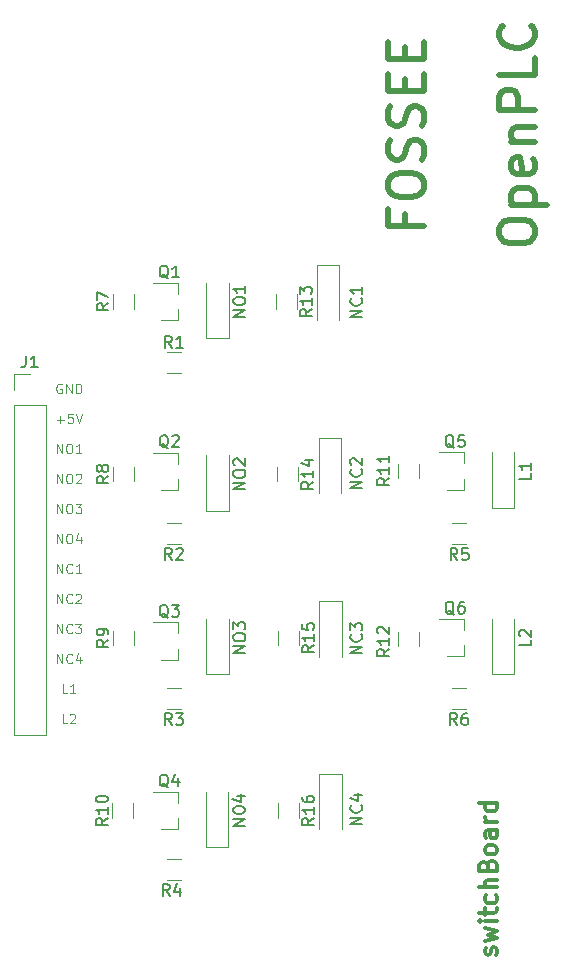
<source format=gbr>
G04 #@! TF.GenerationSoftware,KiCad,Pcbnew,5.0.1*
G04 #@! TF.CreationDate,2019-03-20T13:16:04+05:30*
G04 #@! TF.ProjectId,switches,73776974636865732E6B696361645F70,rev?*
G04 #@! TF.SameCoordinates,Original*
G04 #@! TF.FileFunction,Legend,Top*
G04 #@! TF.FilePolarity,Positive*
%FSLAX46Y46*%
G04 Gerber Fmt 4.6, Leading zero omitted, Abs format (unit mm)*
G04 Created by KiCad (PCBNEW 5.0.1) date Wed 20 Mar 2019 01:16:04 PM IST*
%MOMM*%
%LPD*%
G01*
G04 APERTURE LIST*
%ADD10C,0.100000*%
%ADD11C,0.300000*%
%ADD12C,0.500000*%
%ADD13C,0.120000*%
%ADD14C,0.150000*%
G04 APERTURE END LIST*
D10*
X100958666Y-111818904D02*
X100577714Y-111818904D01*
X100577714Y-111018904D01*
X101187238Y-111095095D02*
X101225333Y-111057000D01*
X101301523Y-111018904D01*
X101492000Y-111018904D01*
X101568190Y-111057000D01*
X101606285Y-111095095D01*
X101644380Y-111171285D01*
X101644380Y-111247476D01*
X101606285Y-111361761D01*
X101149142Y-111818904D01*
X101644380Y-111818904D01*
X100958666Y-109278904D02*
X100577714Y-109278904D01*
X100577714Y-108478904D01*
X101644380Y-109278904D02*
X101187238Y-109278904D01*
X101415809Y-109278904D02*
X101415809Y-108478904D01*
X101339619Y-108593190D01*
X101263428Y-108669380D01*
X101187238Y-108707476D01*
X100082476Y-106738904D02*
X100082476Y-105938904D01*
X100539619Y-106738904D01*
X100539619Y-105938904D01*
X101377714Y-106662714D02*
X101339619Y-106700809D01*
X101225333Y-106738904D01*
X101149142Y-106738904D01*
X101034857Y-106700809D01*
X100958666Y-106624619D01*
X100920571Y-106548428D01*
X100882476Y-106396047D01*
X100882476Y-106281761D01*
X100920571Y-106129380D01*
X100958666Y-106053190D01*
X101034857Y-105977000D01*
X101149142Y-105938904D01*
X101225333Y-105938904D01*
X101339619Y-105977000D01*
X101377714Y-106015095D01*
X102063428Y-106205571D02*
X102063428Y-106738904D01*
X101872952Y-105900809D02*
X101682476Y-106472238D01*
X102177714Y-106472238D01*
X100082476Y-104198904D02*
X100082476Y-103398904D01*
X100539619Y-104198904D01*
X100539619Y-103398904D01*
X101377714Y-104122714D02*
X101339619Y-104160809D01*
X101225333Y-104198904D01*
X101149142Y-104198904D01*
X101034857Y-104160809D01*
X100958666Y-104084619D01*
X100920571Y-104008428D01*
X100882476Y-103856047D01*
X100882476Y-103741761D01*
X100920571Y-103589380D01*
X100958666Y-103513190D01*
X101034857Y-103437000D01*
X101149142Y-103398904D01*
X101225333Y-103398904D01*
X101339619Y-103437000D01*
X101377714Y-103475095D01*
X101644380Y-103398904D02*
X102139619Y-103398904D01*
X101872952Y-103703666D01*
X101987238Y-103703666D01*
X102063428Y-103741761D01*
X102101523Y-103779857D01*
X102139619Y-103856047D01*
X102139619Y-104046523D01*
X102101523Y-104122714D01*
X102063428Y-104160809D01*
X101987238Y-104198904D01*
X101758666Y-104198904D01*
X101682476Y-104160809D01*
X101644380Y-104122714D01*
X100082476Y-101658904D02*
X100082476Y-100858904D01*
X100539619Y-101658904D01*
X100539619Y-100858904D01*
X101377714Y-101582714D02*
X101339619Y-101620809D01*
X101225333Y-101658904D01*
X101149142Y-101658904D01*
X101034857Y-101620809D01*
X100958666Y-101544619D01*
X100920571Y-101468428D01*
X100882476Y-101316047D01*
X100882476Y-101201761D01*
X100920571Y-101049380D01*
X100958666Y-100973190D01*
X101034857Y-100897000D01*
X101149142Y-100858904D01*
X101225333Y-100858904D01*
X101339619Y-100897000D01*
X101377714Y-100935095D01*
X101682476Y-100935095D02*
X101720571Y-100897000D01*
X101796761Y-100858904D01*
X101987238Y-100858904D01*
X102063428Y-100897000D01*
X102101523Y-100935095D01*
X102139619Y-101011285D01*
X102139619Y-101087476D01*
X102101523Y-101201761D01*
X101644380Y-101658904D01*
X102139619Y-101658904D01*
X100082476Y-99118904D02*
X100082476Y-98318904D01*
X100539619Y-99118904D01*
X100539619Y-98318904D01*
X101377714Y-99042714D02*
X101339619Y-99080809D01*
X101225333Y-99118904D01*
X101149142Y-99118904D01*
X101034857Y-99080809D01*
X100958666Y-99004619D01*
X100920571Y-98928428D01*
X100882476Y-98776047D01*
X100882476Y-98661761D01*
X100920571Y-98509380D01*
X100958666Y-98433190D01*
X101034857Y-98357000D01*
X101149142Y-98318904D01*
X101225333Y-98318904D01*
X101339619Y-98357000D01*
X101377714Y-98395095D01*
X102139619Y-99118904D02*
X101682476Y-99118904D01*
X101911047Y-99118904D02*
X101911047Y-98318904D01*
X101834857Y-98433190D01*
X101758666Y-98509380D01*
X101682476Y-98547476D01*
X100063428Y-96578904D02*
X100063428Y-95778904D01*
X100520571Y-96578904D01*
X100520571Y-95778904D01*
X101053904Y-95778904D02*
X101206285Y-95778904D01*
X101282476Y-95817000D01*
X101358666Y-95893190D01*
X101396761Y-96045571D01*
X101396761Y-96312238D01*
X101358666Y-96464619D01*
X101282476Y-96540809D01*
X101206285Y-96578904D01*
X101053904Y-96578904D01*
X100977714Y-96540809D01*
X100901523Y-96464619D01*
X100863428Y-96312238D01*
X100863428Y-96045571D01*
X100901523Y-95893190D01*
X100977714Y-95817000D01*
X101053904Y-95778904D01*
X102082476Y-96045571D02*
X102082476Y-96578904D01*
X101892000Y-95740809D02*
X101701523Y-96312238D01*
X102196761Y-96312238D01*
X100063428Y-94038904D02*
X100063428Y-93238904D01*
X100520571Y-94038904D01*
X100520571Y-93238904D01*
X101053904Y-93238904D02*
X101206285Y-93238904D01*
X101282476Y-93277000D01*
X101358666Y-93353190D01*
X101396761Y-93505571D01*
X101396761Y-93772238D01*
X101358666Y-93924619D01*
X101282476Y-94000809D01*
X101206285Y-94038904D01*
X101053904Y-94038904D01*
X100977714Y-94000809D01*
X100901523Y-93924619D01*
X100863428Y-93772238D01*
X100863428Y-93505571D01*
X100901523Y-93353190D01*
X100977714Y-93277000D01*
X101053904Y-93238904D01*
X101663428Y-93238904D02*
X102158666Y-93238904D01*
X101892000Y-93543666D01*
X102006285Y-93543666D01*
X102082476Y-93581761D01*
X102120571Y-93619857D01*
X102158666Y-93696047D01*
X102158666Y-93886523D01*
X102120571Y-93962714D01*
X102082476Y-94000809D01*
X102006285Y-94038904D01*
X101777714Y-94038904D01*
X101701523Y-94000809D01*
X101663428Y-93962714D01*
X100063428Y-91498904D02*
X100063428Y-90698904D01*
X100520571Y-91498904D01*
X100520571Y-90698904D01*
X101053904Y-90698904D02*
X101206285Y-90698904D01*
X101282476Y-90737000D01*
X101358666Y-90813190D01*
X101396761Y-90965571D01*
X101396761Y-91232238D01*
X101358666Y-91384619D01*
X101282476Y-91460809D01*
X101206285Y-91498904D01*
X101053904Y-91498904D01*
X100977714Y-91460809D01*
X100901523Y-91384619D01*
X100863428Y-91232238D01*
X100863428Y-90965571D01*
X100901523Y-90813190D01*
X100977714Y-90737000D01*
X101053904Y-90698904D01*
X101701523Y-90775095D02*
X101739619Y-90737000D01*
X101815809Y-90698904D01*
X102006285Y-90698904D01*
X102082476Y-90737000D01*
X102120571Y-90775095D01*
X102158666Y-90851285D01*
X102158666Y-90927476D01*
X102120571Y-91041761D01*
X101663428Y-91498904D01*
X102158666Y-91498904D01*
X100063428Y-88958904D02*
X100063428Y-88158904D01*
X100520571Y-88958904D01*
X100520571Y-88158904D01*
X101053904Y-88158904D02*
X101206285Y-88158904D01*
X101282476Y-88197000D01*
X101358666Y-88273190D01*
X101396761Y-88425571D01*
X101396761Y-88692238D01*
X101358666Y-88844619D01*
X101282476Y-88920809D01*
X101206285Y-88958904D01*
X101053904Y-88958904D01*
X100977714Y-88920809D01*
X100901523Y-88844619D01*
X100863428Y-88692238D01*
X100863428Y-88425571D01*
X100901523Y-88273190D01*
X100977714Y-88197000D01*
X101053904Y-88158904D01*
X102158666Y-88958904D02*
X101701523Y-88958904D01*
X101930095Y-88958904D02*
X101930095Y-88158904D01*
X101853904Y-88273190D01*
X101777714Y-88349380D01*
X101701523Y-88387476D01*
X100063428Y-86114142D02*
X100672952Y-86114142D01*
X100368190Y-86418904D02*
X100368190Y-85809380D01*
X101434857Y-85618904D02*
X101053904Y-85618904D01*
X101015809Y-85999857D01*
X101053904Y-85961761D01*
X101130095Y-85923666D01*
X101320571Y-85923666D01*
X101396761Y-85961761D01*
X101434857Y-85999857D01*
X101472952Y-86076047D01*
X101472952Y-86266523D01*
X101434857Y-86342714D01*
X101396761Y-86380809D01*
X101320571Y-86418904D01*
X101130095Y-86418904D01*
X101053904Y-86380809D01*
X101015809Y-86342714D01*
X101701523Y-85618904D02*
X101968190Y-86418904D01*
X102234857Y-85618904D01*
X100482476Y-83117000D02*
X100406285Y-83078904D01*
X100292000Y-83078904D01*
X100177714Y-83117000D01*
X100101523Y-83193190D01*
X100063428Y-83269380D01*
X100025333Y-83421761D01*
X100025333Y-83536047D01*
X100063428Y-83688428D01*
X100101523Y-83764619D01*
X100177714Y-83840809D01*
X100292000Y-83878904D01*
X100368190Y-83878904D01*
X100482476Y-83840809D01*
X100520571Y-83802714D01*
X100520571Y-83536047D01*
X100368190Y-83536047D01*
X100863428Y-83878904D02*
X100863428Y-83078904D01*
X101320571Y-83878904D01*
X101320571Y-83078904D01*
X101701523Y-83878904D02*
X101701523Y-83078904D01*
X101892000Y-83078904D01*
X102006285Y-83117000D01*
X102082476Y-83193190D01*
X102120571Y-83269380D01*
X102158666Y-83421761D01*
X102158666Y-83536047D01*
X102120571Y-83688428D01*
X102082476Y-83764619D01*
X102006285Y-83840809D01*
X101892000Y-83878904D01*
X101701523Y-83878904D01*
D11*
X137259142Y-131432285D02*
X137330571Y-131289428D01*
X137330571Y-131003714D01*
X137259142Y-130860857D01*
X137116285Y-130789428D01*
X137044857Y-130789428D01*
X136902000Y-130860857D01*
X136830571Y-131003714D01*
X136830571Y-131218000D01*
X136759142Y-131360857D01*
X136616285Y-131432285D01*
X136544857Y-131432285D01*
X136402000Y-131360857D01*
X136330571Y-131218000D01*
X136330571Y-131003714D01*
X136402000Y-130860857D01*
X136330571Y-130289428D02*
X137330571Y-130003714D01*
X136616285Y-129718000D01*
X137330571Y-129432285D01*
X136330571Y-129146571D01*
X137330571Y-128575142D02*
X136330571Y-128575142D01*
X135830571Y-128575142D02*
X135902000Y-128646571D01*
X135973428Y-128575142D01*
X135902000Y-128503714D01*
X135830571Y-128575142D01*
X135973428Y-128575142D01*
X136330571Y-128075142D02*
X136330571Y-127503714D01*
X135830571Y-127860857D02*
X137116285Y-127860857D01*
X137259142Y-127789428D01*
X137330571Y-127646571D01*
X137330571Y-127503714D01*
X137259142Y-126360857D02*
X137330571Y-126503714D01*
X137330571Y-126789428D01*
X137259142Y-126932285D01*
X137187714Y-127003714D01*
X137044857Y-127075142D01*
X136616285Y-127075142D01*
X136473428Y-127003714D01*
X136402000Y-126932285D01*
X136330571Y-126789428D01*
X136330571Y-126503714D01*
X136402000Y-126360857D01*
X137330571Y-125718000D02*
X135830571Y-125718000D01*
X137330571Y-125075142D02*
X136544857Y-125075142D01*
X136402000Y-125146571D01*
X136330571Y-125289428D01*
X136330571Y-125503714D01*
X136402000Y-125646571D01*
X136473428Y-125718000D01*
X136544857Y-123860857D02*
X136616285Y-123646571D01*
X136687714Y-123575142D01*
X136830571Y-123503714D01*
X137044857Y-123503714D01*
X137187714Y-123575142D01*
X137259142Y-123646571D01*
X137330571Y-123789428D01*
X137330571Y-124360857D01*
X135830571Y-124360857D01*
X135830571Y-123860857D01*
X135902000Y-123718000D01*
X135973428Y-123646571D01*
X136116285Y-123575142D01*
X136259142Y-123575142D01*
X136402000Y-123646571D01*
X136473428Y-123718000D01*
X136544857Y-123860857D01*
X136544857Y-124360857D01*
X137330571Y-122646571D02*
X137259142Y-122789428D01*
X137187714Y-122860857D01*
X137044857Y-122932285D01*
X136616285Y-122932285D01*
X136473428Y-122860857D01*
X136402000Y-122789428D01*
X136330571Y-122646571D01*
X136330571Y-122432285D01*
X136402000Y-122289428D01*
X136473428Y-122218000D01*
X136616285Y-122146571D01*
X137044857Y-122146571D01*
X137187714Y-122218000D01*
X137259142Y-122289428D01*
X137330571Y-122432285D01*
X137330571Y-122646571D01*
X137330571Y-120860857D02*
X136544857Y-120860857D01*
X136402000Y-120932285D01*
X136330571Y-121075142D01*
X136330571Y-121360857D01*
X136402000Y-121503714D01*
X137259142Y-120860857D02*
X137330571Y-121003714D01*
X137330571Y-121360857D01*
X137259142Y-121503714D01*
X137116285Y-121575142D01*
X136973428Y-121575142D01*
X136830571Y-121503714D01*
X136759142Y-121360857D01*
X136759142Y-121003714D01*
X136687714Y-120860857D01*
X137330571Y-120146571D02*
X136330571Y-120146571D01*
X136616285Y-120146571D02*
X136473428Y-120075142D01*
X136402000Y-120003714D01*
X136330571Y-119860857D01*
X136330571Y-119718000D01*
X137330571Y-118575142D02*
X135830571Y-118575142D01*
X137259142Y-118575142D02*
X137330571Y-118718000D01*
X137330571Y-119003714D01*
X137259142Y-119146571D01*
X137187714Y-119218000D01*
X137044857Y-119289428D01*
X136616285Y-119289428D01*
X136473428Y-119218000D01*
X136402000Y-119146571D01*
X136330571Y-119003714D01*
X136330571Y-118718000D01*
X136402000Y-118575142D01*
D12*
X137549142Y-70476000D02*
X137549142Y-69904571D01*
X137692000Y-69618857D01*
X137977714Y-69333142D01*
X138549142Y-69190285D01*
X139549142Y-69190285D01*
X140120571Y-69333142D01*
X140406285Y-69618857D01*
X140549142Y-69904571D01*
X140549142Y-70476000D01*
X140406285Y-70761714D01*
X140120571Y-71047428D01*
X139549142Y-71190285D01*
X138549142Y-71190285D01*
X137977714Y-71047428D01*
X137692000Y-70761714D01*
X137549142Y-70476000D01*
X138549142Y-67904571D02*
X141549142Y-67904571D01*
X138692000Y-67904571D02*
X138549142Y-67618857D01*
X138549142Y-67047428D01*
X138692000Y-66761714D01*
X138834857Y-66618857D01*
X139120571Y-66476000D01*
X139977714Y-66476000D01*
X140263428Y-66618857D01*
X140406285Y-66761714D01*
X140549142Y-67047428D01*
X140549142Y-67618857D01*
X140406285Y-67904571D01*
X140406285Y-64047428D02*
X140549142Y-64333142D01*
X140549142Y-64904571D01*
X140406285Y-65190285D01*
X140120571Y-65333142D01*
X138977714Y-65333142D01*
X138692000Y-65190285D01*
X138549142Y-64904571D01*
X138549142Y-64333142D01*
X138692000Y-64047428D01*
X138977714Y-63904571D01*
X139263428Y-63904571D01*
X139549142Y-65333142D01*
X138549142Y-62618857D02*
X140549142Y-62618857D01*
X138834857Y-62618857D02*
X138692000Y-62476000D01*
X138549142Y-62190285D01*
X138549142Y-61761714D01*
X138692000Y-61476000D01*
X138977714Y-61333142D01*
X140549142Y-61333142D01*
X140549142Y-59904571D02*
X137549142Y-59904571D01*
X137549142Y-58761714D01*
X137692000Y-58476000D01*
X137834857Y-58333142D01*
X138120571Y-58190285D01*
X138549142Y-58190285D01*
X138834857Y-58333142D01*
X138977714Y-58476000D01*
X139120571Y-58761714D01*
X139120571Y-59904571D01*
X140549142Y-55476000D02*
X140549142Y-56904571D01*
X137549142Y-56904571D01*
X140263428Y-52761714D02*
X140406285Y-52904571D01*
X140549142Y-53333142D01*
X140549142Y-53618857D01*
X140406285Y-54047428D01*
X140120571Y-54333142D01*
X139834857Y-54476000D01*
X139263428Y-54618857D01*
X138834857Y-54618857D01*
X138263428Y-54476000D01*
X137977714Y-54333142D01*
X137692000Y-54047428D01*
X137549142Y-53618857D01*
X137549142Y-53333142D01*
X137692000Y-52904571D01*
X137834857Y-52761714D01*
X129579714Y-68690285D02*
X129579714Y-69690285D01*
X131151142Y-69690285D02*
X128151142Y-69690285D01*
X128151142Y-68261714D01*
X128151142Y-66547428D02*
X128151142Y-65976000D01*
X128294000Y-65690285D01*
X128579714Y-65404571D01*
X129151142Y-65261714D01*
X130151142Y-65261714D01*
X130722571Y-65404571D01*
X131008285Y-65690285D01*
X131151142Y-65976000D01*
X131151142Y-66547428D01*
X131008285Y-66833142D01*
X130722571Y-67118857D01*
X130151142Y-67261714D01*
X129151142Y-67261714D01*
X128579714Y-67118857D01*
X128294000Y-66833142D01*
X128151142Y-66547428D01*
X131008285Y-64118857D02*
X131151142Y-63690285D01*
X131151142Y-62976000D01*
X131008285Y-62690285D01*
X130865428Y-62547428D01*
X130579714Y-62404571D01*
X130294000Y-62404571D01*
X130008285Y-62547428D01*
X129865428Y-62690285D01*
X129722571Y-62976000D01*
X129579714Y-63547428D01*
X129436857Y-63833142D01*
X129294000Y-63976000D01*
X129008285Y-64118857D01*
X128722571Y-64118857D01*
X128436857Y-63976000D01*
X128294000Y-63833142D01*
X128151142Y-63547428D01*
X128151142Y-62833142D01*
X128294000Y-62404571D01*
X131008285Y-61261714D02*
X131151142Y-60833142D01*
X131151142Y-60118857D01*
X131008285Y-59833142D01*
X130865428Y-59690285D01*
X130579714Y-59547428D01*
X130294000Y-59547428D01*
X130008285Y-59690285D01*
X129865428Y-59833142D01*
X129722571Y-60118857D01*
X129579714Y-60690285D01*
X129436857Y-60976000D01*
X129294000Y-61118857D01*
X129008285Y-61261714D01*
X128722571Y-61261714D01*
X128436857Y-61118857D01*
X128294000Y-60976000D01*
X128151142Y-60690285D01*
X128151142Y-59976000D01*
X128294000Y-59547428D01*
X129579714Y-58261714D02*
X129579714Y-57261714D01*
X131151142Y-56833142D02*
X131151142Y-58261714D01*
X128151142Y-58261714D01*
X128151142Y-56833142D01*
X129579714Y-55547428D02*
X129579714Y-54547428D01*
X131151142Y-54118857D02*
X131151142Y-55547428D01*
X128151142Y-55547428D01*
X128151142Y-54118857D01*
D13*
G04 #@! TO.C,D10*
X124199514Y-116109815D02*
X122299514Y-116109815D01*
X122299514Y-116109815D02*
X122299514Y-120809815D01*
X124199514Y-116109815D02*
X124199514Y-120809815D01*
G04 #@! TO.C,D9*
X124189730Y-101490725D02*
X124189730Y-106190725D01*
X122289730Y-101490725D02*
X122289730Y-106190725D01*
X124189730Y-101490725D02*
X122289730Y-101490725D01*
G04 #@! TO.C,D8*
X124132653Y-87633635D02*
X122232653Y-87633635D01*
X122232653Y-87633635D02*
X122232653Y-92333635D01*
X124132653Y-87633635D02*
X124132653Y-92333635D01*
G04 #@! TO.C,D7*
X124007679Y-73014545D02*
X124007679Y-77714545D01*
X122107679Y-73014545D02*
X122107679Y-77714545D01*
X124007679Y-73014545D02*
X122107679Y-73014545D01*
G04 #@! TO.C,D6*
X136910000Y-107678000D02*
X138810000Y-107678000D01*
X138810000Y-107678000D02*
X138810000Y-102978000D01*
X136910000Y-107678000D02*
X136910000Y-102978000D01*
G04 #@! TO.C,D5*
X136910000Y-93566905D02*
X136910000Y-88866905D01*
X138810000Y-93566905D02*
X138810000Y-88866905D01*
X136910000Y-93566905D02*
X138810000Y-93566905D01*
G04 #@! TO.C,D4*
X112694000Y-122309815D02*
X114594000Y-122309815D01*
X114594000Y-122309815D02*
X114594000Y-117609815D01*
X112694000Y-122309815D02*
X112694000Y-117609815D01*
G04 #@! TO.C,D3*
X112724000Y-107690725D02*
X112724000Y-102990725D01*
X114624000Y-107690725D02*
X114624000Y-102990725D01*
X112724000Y-107690725D02*
X114624000Y-107690725D01*
G04 #@! TO.C,D2*
X112724000Y-93833635D02*
X114624000Y-93833635D01*
X114624000Y-93833635D02*
X114624000Y-89133635D01*
X112724000Y-93833635D02*
X112724000Y-89133635D01*
G04 #@! TO.C,D1*
X112724000Y-79214545D02*
X112724000Y-74514545D01*
X114624000Y-79214545D02*
X114624000Y-74514545D01*
X112724000Y-79214545D02*
X114624000Y-79214545D01*
G04 #@! TO.C,R16*
X118813514Y-119809815D02*
X118813514Y-118609815D01*
X120573514Y-118609815D02*
X120573514Y-119809815D01*
G04 #@! TO.C,R13*
X120381679Y-75514545D02*
X120381679Y-76714545D01*
X118621679Y-76714545D02*
X118621679Y-75514545D01*
G04 #@! TO.C,R14*
X118746653Y-91333635D02*
X118746653Y-90133635D01*
X120506653Y-90133635D02*
X120506653Y-91333635D01*
G04 #@! TO.C,R15*
X120563730Y-103990725D02*
X120563730Y-105190725D01*
X118803730Y-105190725D02*
X118803730Y-103990725D01*
G04 #@! TO.C,R12*
X130742000Y-104068000D02*
X130742000Y-105268000D01*
X128982000Y-105268000D02*
X128982000Y-104068000D01*
G04 #@! TO.C,R7*
X104816000Y-76714545D02*
X104816000Y-75514545D01*
X106576000Y-75514545D02*
X106576000Y-76714545D01*
G04 #@! TO.C,R8*
X106576000Y-90133635D02*
X106576000Y-91333635D01*
X104816000Y-91333635D02*
X104816000Y-90133635D01*
G04 #@! TO.C,R9*
X104816000Y-105190725D02*
X104816000Y-103990725D01*
X106576000Y-103990725D02*
X106576000Y-105190725D01*
G04 #@! TO.C,R10*
X106506000Y-118609815D02*
X106506000Y-119809815D01*
X104746000Y-119809815D02*
X104746000Y-118609815D01*
G04 #@! TO.C,R11*
X128982000Y-91066905D02*
X128982000Y-89866905D01*
X130742000Y-89866905D02*
X130742000Y-91066905D01*
G04 #@! TO.C,R6*
X134750000Y-110608000D02*
X133550000Y-110608000D01*
X133550000Y-108848000D02*
X134750000Y-108848000D01*
G04 #@! TO.C,R5*
X134750000Y-96638000D02*
X133550000Y-96638000D01*
X133550000Y-94878000D02*
X134750000Y-94878000D01*
G04 #@! TO.C,R4*
X110564000Y-125086000D02*
X109364000Y-125086000D01*
X109364000Y-123326000D02*
X110564000Y-123326000D01*
G04 #@! TO.C,R3*
X109364000Y-108848000D02*
X110564000Y-108848000D01*
X110564000Y-110608000D02*
X109364000Y-110608000D01*
G04 #@! TO.C,R2*
X110564000Y-96638000D02*
X109364000Y-96638000D01*
X109364000Y-94878000D02*
X110564000Y-94878000D01*
G04 #@! TO.C,R1*
X109364000Y-80400000D02*
X110564000Y-80400000D01*
X110564000Y-82160000D02*
X109364000Y-82160000D01*
G04 #@! TO.C,J1*
X96460000Y-82236000D02*
X97790000Y-82236000D01*
X96460000Y-83566000D02*
X96460000Y-82236000D01*
X99120000Y-84836000D02*
X96460000Y-84836000D01*
X99120000Y-112836000D02*
X99120000Y-84836000D01*
X96460000Y-112836000D02*
X99120000Y-112836000D01*
X96460000Y-84836000D02*
X96460000Y-112836000D01*
G04 #@! TO.C,Q6*
X134560000Y-106158000D02*
X134560000Y-105228000D01*
X134560000Y-102998000D02*
X134560000Y-103928000D01*
X134560000Y-102998000D02*
X132400000Y-102998000D01*
X134560000Y-106158000D02*
X133100000Y-106158000D01*
G04 #@! TO.C,Q1*
X110374000Y-77694545D02*
X108914000Y-77694545D01*
X110374000Y-74534545D02*
X108214000Y-74534545D01*
X110374000Y-74534545D02*
X110374000Y-75464545D01*
X110374000Y-77694545D02*
X110374000Y-76764545D01*
G04 #@! TO.C,Q2*
X110374000Y-92059635D02*
X110374000Y-91129635D01*
X110374000Y-88899635D02*
X110374000Y-89829635D01*
X110374000Y-88899635D02*
X108214000Y-88899635D01*
X110374000Y-92059635D02*
X108914000Y-92059635D01*
G04 #@! TO.C,Q3*
X110374000Y-106424725D02*
X108914000Y-106424725D01*
X110374000Y-103264725D02*
X108214000Y-103264725D01*
X110374000Y-103264725D02*
X110374000Y-104194725D01*
X110374000Y-106424725D02*
X110374000Y-105494725D01*
G04 #@! TO.C,Q5*
X134560000Y-92046905D02*
X134560000Y-91116905D01*
X134560000Y-88886905D02*
X134560000Y-89816905D01*
X134560000Y-88886905D02*
X132400000Y-88886905D01*
X134560000Y-92046905D02*
X133100000Y-92046905D01*
G04 #@! TO.C,Q4*
X110374000Y-120789815D02*
X108914000Y-120789815D01*
X110374000Y-117629815D02*
X108214000Y-117629815D01*
X110374000Y-117629815D02*
X110374000Y-118559815D01*
X110374000Y-120789815D02*
X110374000Y-119859815D01*
G04 #@! TO.C,D10*
D14*
X125928380Y-120387904D02*
X124928380Y-120387904D01*
X125928380Y-119816476D01*
X124928380Y-119816476D01*
X125833142Y-118768857D02*
X125880761Y-118816476D01*
X125928380Y-118959333D01*
X125928380Y-119054571D01*
X125880761Y-119197428D01*
X125785523Y-119292666D01*
X125690285Y-119340285D01*
X125499809Y-119387904D01*
X125356952Y-119387904D01*
X125166476Y-119340285D01*
X125071238Y-119292666D01*
X124976000Y-119197428D01*
X124928380Y-119054571D01*
X124928380Y-118959333D01*
X124976000Y-118816476D01*
X125023619Y-118768857D01*
X125261714Y-117911714D02*
X125928380Y-117911714D01*
X124880761Y-118149809D02*
X125595047Y-118387904D01*
X125595047Y-117768857D01*
G04 #@! TO.C,D9*
X125928380Y-105909904D02*
X124928380Y-105909904D01*
X125928380Y-105338476D01*
X124928380Y-105338476D01*
X125833142Y-104290857D02*
X125880761Y-104338476D01*
X125928380Y-104481333D01*
X125928380Y-104576571D01*
X125880761Y-104719428D01*
X125785523Y-104814666D01*
X125690285Y-104862285D01*
X125499809Y-104909904D01*
X125356952Y-104909904D01*
X125166476Y-104862285D01*
X125071238Y-104814666D01*
X124976000Y-104719428D01*
X124928380Y-104576571D01*
X124928380Y-104481333D01*
X124976000Y-104338476D01*
X125023619Y-104290857D01*
X124928380Y-103957523D02*
X124928380Y-103338476D01*
X125309333Y-103671809D01*
X125309333Y-103528952D01*
X125356952Y-103433714D01*
X125404571Y-103386095D01*
X125499809Y-103338476D01*
X125737904Y-103338476D01*
X125833142Y-103386095D01*
X125880761Y-103433714D01*
X125928380Y-103528952D01*
X125928380Y-103814666D01*
X125880761Y-103909904D01*
X125833142Y-103957523D01*
G04 #@! TO.C,D8*
X125928380Y-91939904D02*
X124928380Y-91939904D01*
X125928380Y-91368476D01*
X124928380Y-91368476D01*
X125833142Y-90320857D02*
X125880761Y-90368476D01*
X125928380Y-90511333D01*
X125928380Y-90606571D01*
X125880761Y-90749428D01*
X125785523Y-90844666D01*
X125690285Y-90892285D01*
X125499809Y-90939904D01*
X125356952Y-90939904D01*
X125166476Y-90892285D01*
X125071238Y-90844666D01*
X124976000Y-90749428D01*
X124928380Y-90606571D01*
X124928380Y-90511333D01*
X124976000Y-90368476D01*
X125023619Y-90320857D01*
X125023619Y-89939904D02*
X124976000Y-89892285D01*
X124928380Y-89797047D01*
X124928380Y-89558952D01*
X124976000Y-89463714D01*
X125023619Y-89416095D01*
X125118857Y-89368476D01*
X125214095Y-89368476D01*
X125356952Y-89416095D01*
X125928380Y-89987523D01*
X125928380Y-89368476D01*
G04 #@! TO.C,D7*
X125928380Y-77461904D02*
X124928380Y-77461904D01*
X125928380Y-76890476D01*
X124928380Y-76890476D01*
X125833142Y-75842857D02*
X125880761Y-75890476D01*
X125928380Y-76033333D01*
X125928380Y-76128571D01*
X125880761Y-76271428D01*
X125785523Y-76366666D01*
X125690285Y-76414285D01*
X125499809Y-76461904D01*
X125356952Y-76461904D01*
X125166476Y-76414285D01*
X125071238Y-76366666D01*
X124976000Y-76271428D01*
X124928380Y-76128571D01*
X124928380Y-76033333D01*
X124976000Y-75890476D01*
X125023619Y-75842857D01*
X125928380Y-74890476D02*
X125928380Y-75461904D01*
X125928380Y-75176190D02*
X124928380Y-75176190D01*
X125071238Y-75271428D01*
X125166476Y-75366666D01*
X125214095Y-75461904D01*
G04 #@! TO.C,D6*
X140212380Y-104744666D02*
X140212380Y-105220857D01*
X139212380Y-105220857D01*
X139307619Y-104458952D02*
X139260000Y-104411333D01*
X139212380Y-104316095D01*
X139212380Y-104078000D01*
X139260000Y-103982761D01*
X139307619Y-103935142D01*
X139402857Y-103887523D01*
X139498095Y-103887523D01*
X139640952Y-103935142D01*
X140212380Y-104506571D01*
X140212380Y-103887523D01*
G04 #@! TO.C,D5*
X140212380Y-90633571D02*
X140212380Y-91109762D01*
X139212380Y-91109762D01*
X140212380Y-89776428D02*
X140212380Y-90347857D01*
X140212380Y-90062143D02*
X139212380Y-90062143D01*
X139355238Y-90157381D01*
X139450476Y-90252619D01*
X139498095Y-90347857D01*
G04 #@! TO.C,D4*
X115996380Y-120495529D02*
X114996380Y-120495529D01*
X115996380Y-119924100D01*
X114996380Y-119924100D01*
X114996380Y-119257434D02*
X114996380Y-119066957D01*
X115044000Y-118971719D01*
X115139238Y-118876481D01*
X115329714Y-118828862D01*
X115663047Y-118828862D01*
X115853523Y-118876481D01*
X115948761Y-118971719D01*
X115996380Y-119066957D01*
X115996380Y-119257434D01*
X115948761Y-119352672D01*
X115853523Y-119447910D01*
X115663047Y-119495529D01*
X115329714Y-119495529D01*
X115139238Y-119447910D01*
X115044000Y-119352672D01*
X114996380Y-119257434D01*
X115329714Y-117971719D02*
X115996380Y-117971719D01*
X114948761Y-118209815D02*
X115663047Y-118447910D01*
X115663047Y-117828862D01*
G04 #@! TO.C,D3*
X116026380Y-105876439D02*
X115026380Y-105876439D01*
X116026380Y-105305010D01*
X115026380Y-105305010D01*
X115026380Y-104638344D02*
X115026380Y-104447867D01*
X115074000Y-104352629D01*
X115169238Y-104257391D01*
X115359714Y-104209772D01*
X115693047Y-104209772D01*
X115883523Y-104257391D01*
X115978761Y-104352629D01*
X116026380Y-104447867D01*
X116026380Y-104638344D01*
X115978761Y-104733582D01*
X115883523Y-104828820D01*
X115693047Y-104876439D01*
X115359714Y-104876439D01*
X115169238Y-104828820D01*
X115074000Y-104733582D01*
X115026380Y-104638344D01*
X115026380Y-103876439D02*
X115026380Y-103257391D01*
X115407333Y-103590725D01*
X115407333Y-103447867D01*
X115454952Y-103352629D01*
X115502571Y-103305010D01*
X115597809Y-103257391D01*
X115835904Y-103257391D01*
X115931142Y-103305010D01*
X115978761Y-103352629D01*
X116026380Y-103447867D01*
X116026380Y-103733582D01*
X115978761Y-103828820D01*
X115931142Y-103876439D01*
G04 #@! TO.C,D2*
X116026380Y-92019349D02*
X115026380Y-92019349D01*
X116026380Y-91447920D01*
X115026380Y-91447920D01*
X115026380Y-90781254D02*
X115026380Y-90590777D01*
X115074000Y-90495539D01*
X115169238Y-90400301D01*
X115359714Y-90352682D01*
X115693047Y-90352682D01*
X115883523Y-90400301D01*
X115978761Y-90495539D01*
X116026380Y-90590777D01*
X116026380Y-90781254D01*
X115978761Y-90876492D01*
X115883523Y-90971730D01*
X115693047Y-91019349D01*
X115359714Y-91019349D01*
X115169238Y-90971730D01*
X115074000Y-90876492D01*
X115026380Y-90781254D01*
X115121619Y-89971730D02*
X115074000Y-89924111D01*
X115026380Y-89828873D01*
X115026380Y-89590777D01*
X115074000Y-89495539D01*
X115121619Y-89447920D01*
X115216857Y-89400301D01*
X115312095Y-89400301D01*
X115454952Y-89447920D01*
X116026380Y-90019349D01*
X116026380Y-89400301D01*
G04 #@! TO.C,D1*
X116026380Y-77400259D02*
X115026380Y-77400259D01*
X116026380Y-76828830D01*
X115026380Y-76828830D01*
X115026380Y-76162164D02*
X115026380Y-75971687D01*
X115074000Y-75876449D01*
X115169238Y-75781211D01*
X115359714Y-75733592D01*
X115693047Y-75733592D01*
X115883523Y-75781211D01*
X115978761Y-75876449D01*
X116026380Y-75971687D01*
X116026380Y-76162164D01*
X115978761Y-76257402D01*
X115883523Y-76352640D01*
X115693047Y-76400259D01*
X115359714Y-76400259D01*
X115169238Y-76352640D01*
X115074000Y-76257402D01*
X115026380Y-76162164D01*
X116026380Y-74781211D02*
X116026380Y-75352640D01*
X116026380Y-75066925D02*
X115026380Y-75066925D01*
X115169238Y-75162164D01*
X115264476Y-75257402D01*
X115312095Y-75352640D01*
G04 #@! TO.C,R16*
X121845894Y-119852672D02*
X121369704Y-120186005D01*
X121845894Y-120424100D02*
X120845894Y-120424100D01*
X120845894Y-120043148D01*
X120893514Y-119947910D01*
X120941133Y-119900291D01*
X121036371Y-119852672D01*
X121179228Y-119852672D01*
X121274466Y-119900291D01*
X121322085Y-119947910D01*
X121369704Y-120043148D01*
X121369704Y-120424100D01*
X121845894Y-118900291D02*
X121845894Y-119471719D01*
X121845894Y-119186005D02*
X120845894Y-119186005D01*
X120988752Y-119281243D01*
X121083990Y-119376481D01*
X121131609Y-119471719D01*
X120845894Y-118043148D02*
X120845894Y-118233624D01*
X120893514Y-118328862D01*
X120941133Y-118376481D01*
X121083990Y-118471719D01*
X121274466Y-118519338D01*
X121655418Y-118519338D01*
X121750656Y-118471719D01*
X121798275Y-118424100D01*
X121845894Y-118328862D01*
X121845894Y-118138386D01*
X121798275Y-118043148D01*
X121750656Y-117995529D01*
X121655418Y-117947910D01*
X121417323Y-117947910D01*
X121322085Y-117995529D01*
X121274466Y-118043148D01*
X121226847Y-118138386D01*
X121226847Y-118328862D01*
X121274466Y-118424100D01*
X121322085Y-118471719D01*
X121417323Y-118519338D01*
G04 #@! TO.C,R13*
X121654059Y-76757402D02*
X121177869Y-77090735D01*
X121654059Y-77328830D02*
X120654059Y-77328830D01*
X120654059Y-76947878D01*
X120701679Y-76852640D01*
X120749298Y-76805021D01*
X120844536Y-76757402D01*
X120987393Y-76757402D01*
X121082631Y-76805021D01*
X121130250Y-76852640D01*
X121177869Y-76947878D01*
X121177869Y-77328830D01*
X121654059Y-75805021D02*
X121654059Y-76376449D01*
X121654059Y-76090735D02*
X120654059Y-76090735D01*
X120796917Y-76185973D01*
X120892155Y-76281211D01*
X120939774Y-76376449D01*
X120654059Y-75471687D02*
X120654059Y-74852640D01*
X121035012Y-75185973D01*
X121035012Y-75043116D01*
X121082631Y-74947878D01*
X121130250Y-74900259D01*
X121225488Y-74852640D01*
X121463583Y-74852640D01*
X121558821Y-74900259D01*
X121606440Y-74947878D01*
X121654059Y-75043116D01*
X121654059Y-75328830D01*
X121606440Y-75424068D01*
X121558821Y-75471687D01*
G04 #@! TO.C,R14*
X121779033Y-91376492D02*
X121302843Y-91709825D01*
X121779033Y-91947920D02*
X120779033Y-91947920D01*
X120779033Y-91566968D01*
X120826653Y-91471730D01*
X120874272Y-91424111D01*
X120969510Y-91376492D01*
X121112367Y-91376492D01*
X121207605Y-91424111D01*
X121255224Y-91471730D01*
X121302843Y-91566968D01*
X121302843Y-91947920D01*
X121779033Y-90424111D02*
X121779033Y-90995539D01*
X121779033Y-90709825D02*
X120779033Y-90709825D01*
X120921891Y-90805063D01*
X121017129Y-90900301D01*
X121064748Y-90995539D01*
X121112367Y-89566968D02*
X121779033Y-89566968D01*
X120731414Y-89805063D02*
X121445700Y-90043158D01*
X121445700Y-89424111D01*
G04 #@! TO.C,R15*
X121836110Y-105233582D02*
X121359920Y-105566915D01*
X121836110Y-105805010D02*
X120836110Y-105805010D01*
X120836110Y-105424058D01*
X120883730Y-105328820D01*
X120931349Y-105281201D01*
X121026587Y-105233582D01*
X121169444Y-105233582D01*
X121264682Y-105281201D01*
X121312301Y-105328820D01*
X121359920Y-105424058D01*
X121359920Y-105805010D01*
X121836110Y-104281201D02*
X121836110Y-104852629D01*
X121836110Y-104566915D02*
X120836110Y-104566915D01*
X120978968Y-104662153D01*
X121074206Y-104757391D01*
X121121825Y-104852629D01*
X120836110Y-103376439D02*
X120836110Y-103852629D01*
X121312301Y-103900248D01*
X121264682Y-103852629D01*
X121217063Y-103757391D01*
X121217063Y-103519296D01*
X121264682Y-103424058D01*
X121312301Y-103376439D01*
X121407539Y-103328820D01*
X121645634Y-103328820D01*
X121740872Y-103376439D01*
X121788491Y-103424058D01*
X121836110Y-103519296D01*
X121836110Y-103757391D01*
X121788491Y-103852629D01*
X121740872Y-103900248D01*
G04 #@! TO.C,R12*
X128214380Y-105544857D02*
X127738190Y-105878190D01*
X128214380Y-106116285D02*
X127214380Y-106116285D01*
X127214380Y-105735333D01*
X127262000Y-105640095D01*
X127309619Y-105592476D01*
X127404857Y-105544857D01*
X127547714Y-105544857D01*
X127642952Y-105592476D01*
X127690571Y-105640095D01*
X127738190Y-105735333D01*
X127738190Y-106116285D01*
X128214380Y-104592476D02*
X128214380Y-105163904D01*
X128214380Y-104878190D02*
X127214380Y-104878190D01*
X127357238Y-104973428D01*
X127452476Y-105068666D01*
X127500095Y-105163904D01*
X127309619Y-104211523D02*
X127262000Y-104163904D01*
X127214380Y-104068666D01*
X127214380Y-103830571D01*
X127262000Y-103735333D01*
X127309619Y-103687714D01*
X127404857Y-103640095D01*
X127500095Y-103640095D01*
X127642952Y-103687714D01*
X128214380Y-104259142D01*
X128214380Y-103640095D01*
G04 #@! TO.C,R7*
X104448380Y-76281211D02*
X103972190Y-76614545D01*
X104448380Y-76852640D02*
X103448380Y-76852640D01*
X103448380Y-76471687D01*
X103496000Y-76376449D01*
X103543619Y-76328830D01*
X103638857Y-76281211D01*
X103781714Y-76281211D01*
X103876952Y-76328830D01*
X103924571Y-76376449D01*
X103972190Y-76471687D01*
X103972190Y-76852640D01*
X103448380Y-75947878D02*
X103448380Y-75281211D01*
X104448380Y-75709783D01*
G04 #@! TO.C,R8*
X104448380Y-90900301D02*
X103972190Y-91233635D01*
X104448380Y-91471730D02*
X103448380Y-91471730D01*
X103448380Y-91090777D01*
X103496000Y-90995539D01*
X103543619Y-90947920D01*
X103638857Y-90900301D01*
X103781714Y-90900301D01*
X103876952Y-90947920D01*
X103924571Y-90995539D01*
X103972190Y-91090777D01*
X103972190Y-91471730D01*
X103876952Y-90328873D02*
X103829333Y-90424111D01*
X103781714Y-90471730D01*
X103686476Y-90519349D01*
X103638857Y-90519349D01*
X103543619Y-90471730D01*
X103496000Y-90424111D01*
X103448380Y-90328873D01*
X103448380Y-90138396D01*
X103496000Y-90043158D01*
X103543619Y-89995539D01*
X103638857Y-89947920D01*
X103686476Y-89947920D01*
X103781714Y-89995539D01*
X103829333Y-90043158D01*
X103876952Y-90138396D01*
X103876952Y-90328873D01*
X103924571Y-90424111D01*
X103972190Y-90471730D01*
X104067428Y-90519349D01*
X104257904Y-90519349D01*
X104353142Y-90471730D01*
X104400761Y-90424111D01*
X104448380Y-90328873D01*
X104448380Y-90138396D01*
X104400761Y-90043158D01*
X104353142Y-89995539D01*
X104257904Y-89947920D01*
X104067428Y-89947920D01*
X103972190Y-89995539D01*
X103924571Y-90043158D01*
X103876952Y-90138396D01*
G04 #@! TO.C,R9*
X104448380Y-104757391D02*
X103972190Y-105090725D01*
X104448380Y-105328820D02*
X103448380Y-105328820D01*
X103448380Y-104947867D01*
X103496000Y-104852629D01*
X103543619Y-104805010D01*
X103638857Y-104757391D01*
X103781714Y-104757391D01*
X103876952Y-104805010D01*
X103924571Y-104852629D01*
X103972190Y-104947867D01*
X103972190Y-105328820D01*
X104448380Y-104281201D02*
X104448380Y-104090725D01*
X104400761Y-103995486D01*
X104353142Y-103947867D01*
X104210285Y-103852629D01*
X104019809Y-103805010D01*
X103638857Y-103805010D01*
X103543619Y-103852629D01*
X103496000Y-103900248D01*
X103448380Y-103995486D01*
X103448380Y-104185963D01*
X103496000Y-104281201D01*
X103543619Y-104328820D01*
X103638857Y-104376439D01*
X103876952Y-104376439D01*
X103972190Y-104328820D01*
X104019809Y-104281201D01*
X104067428Y-104185963D01*
X104067428Y-103995486D01*
X104019809Y-103900248D01*
X103972190Y-103852629D01*
X103876952Y-103805010D01*
G04 #@! TO.C,R10*
X104378380Y-119852672D02*
X103902190Y-120186005D01*
X104378380Y-120424100D02*
X103378380Y-120424100D01*
X103378380Y-120043148D01*
X103426000Y-119947910D01*
X103473619Y-119900291D01*
X103568857Y-119852672D01*
X103711714Y-119852672D01*
X103806952Y-119900291D01*
X103854571Y-119947910D01*
X103902190Y-120043148D01*
X103902190Y-120424100D01*
X104378380Y-118900291D02*
X104378380Y-119471719D01*
X104378380Y-119186005D02*
X103378380Y-119186005D01*
X103521238Y-119281243D01*
X103616476Y-119376481D01*
X103664095Y-119471719D01*
X103378380Y-118281243D02*
X103378380Y-118186005D01*
X103426000Y-118090767D01*
X103473619Y-118043148D01*
X103568857Y-117995529D01*
X103759333Y-117947910D01*
X103997428Y-117947910D01*
X104187904Y-117995529D01*
X104283142Y-118043148D01*
X104330761Y-118090767D01*
X104378380Y-118186005D01*
X104378380Y-118281243D01*
X104330761Y-118376481D01*
X104283142Y-118424100D01*
X104187904Y-118471719D01*
X103997428Y-118519338D01*
X103759333Y-118519338D01*
X103568857Y-118471719D01*
X103473619Y-118424100D01*
X103426000Y-118376481D01*
X103378380Y-118281243D01*
G04 #@! TO.C,R11*
X128214380Y-91066857D02*
X127738190Y-91400190D01*
X128214380Y-91638285D02*
X127214380Y-91638285D01*
X127214380Y-91257333D01*
X127262000Y-91162095D01*
X127309619Y-91114476D01*
X127404857Y-91066857D01*
X127547714Y-91066857D01*
X127642952Y-91114476D01*
X127690571Y-91162095D01*
X127738190Y-91257333D01*
X127738190Y-91638285D01*
X128214380Y-90114476D02*
X128214380Y-90685904D01*
X128214380Y-90400190D02*
X127214380Y-90400190D01*
X127357238Y-90495428D01*
X127452476Y-90590666D01*
X127500095Y-90685904D01*
X128214380Y-89162095D02*
X128214380Y-89733523D01*
X128214380Y-89447809D02*
X127214380Y-89447809D01*
X127357238Y-89543047D01*
X127452476Y-89638285D01*
X127500095Y-89733523D01*
G04 #@! TO.C,R6*
X133945333Y-111958380D02*
X133612000Y-111482190D01*
X133373904Y-111958380D02*
X133373904Y-110958380D01*
X133754857Y-110958380D01*
X133850095Y-111006000D01*
X133897714Y-111053619D01*
X133945333Y-111148857D01*
X133945333Y-111291714D01*
X133897714Y-111386952D01*
X133850095Y-111434571D01*
X133754857Y-111482190D01*
X133373904Y-111482190D01*
X134802476Y-110958380D02*
X134612000Y-110958380D01*
X134516761Y-111006000D01*
X134469142Y-111053619D01*
X134373904Y-111196476D01*
X134326285Y-111386952D01*
X134326285Y-111767904D01*
X134373904Y-111863142D01*
X134421523Y-111910761D01*
X134516761Y-111958380D01*
X134707238Y-111958380D01*
X134802476Y-111910761D01*
X134850095Y-111863142D01*
X134897714Y-111767904D01*
X134897714Y-111529809D01*
X134850095Y-111434571D01*
X134802476Y-111386952D01*
X134707238Y-111339333D01*
X134516761Y-111339333D01*
X134421523Y-111386952D01*
X134373904Y-111434571D01*
X134326285Y-111529809D01*
G04 #@! TO.C,R5*
X133983333Y-97988380D02*
X133650000Y-97512190D01*
X133411904Y-97988380D02*
X133411904Y-96988380D01*
X133792857Y-96988380D01*
X133888095Y-97036000D01*
X133935714Y-97083619D01*
X133983333Y-97178857D01*
X133983333Y-97321714D01*
X133935714Y-97416952D01*
X133888095Y-97464571D01*
X133792857Y-97512190D01*
X133411904Y-97512190D01*
X134888095Y-96988380D02*
X134411904Y-96988380D01*
X134364285Y-97464571D01*
X134411904Y-97416952D01*
X134507142Y-97369333D01*
X134745238Y-97369333D01*
X134840476Y-97416952D01*
X134888095Y-97464571D01*
X134935714Y-97559809D01*
X134935714Y-97797904D01*
X134888095Y-97893142D01*
X134840476Y-97940761D01*
X134745238Y-97988380D01*
X134507142Y-97988380D01*
X134411904Y-97940761D01*
X134364285Y-97893142D01*
G04 #@! TO.C,R4*
X109623333Y-126436380D02*
X109290000Y-125960190D01*
X109051904Y-126436380D02*
X109051904Y-125436380D01*
X109432857Y-125436380D01*
X109528095Y-125484000D01*
X109575714Y-125531619D01*
X109623333Y-125626857D01*
X109623333Y-125769714D01*
X109575714Y-125864952D01*
X109528095Y-125912571D01*
X109432857Y-125960190D01*
X109051904Y-125960190D01*
X110480476Y-125769714D02*
X110480476Y-126436380D01*
X110242380Y-125388761D02*
X110004285Y-126103047D01*
X110623333Y-126103047D01*
G04 #@! TO.C,R3*
X109797333Y-111958380D02*
X109464000Y-111482190D01*
X109225904Y-111958380D02*
X109225904Y-110958380D01*
X109606857Y-110958380D01*
X109702095Y-111006000D01*
X109749714Y-111053619D01*
X109797333Y-111148857D01*
X109797333Y-111291714D01*
X109749714Y-111386952D01*
X109702095Y-111434571D01*
X109606857Y-111482190D01*
X109225904Y-111482190D01*
X110130666Y-110958380D02*
X110749714Y-110958380D01*
X110416380Y-111339333D01*
X110559238Y-111339333D01*
X110654476Y-111386952D01*
X110702095Y-111434571D01*
X110749714Y-111529809D01*
X110749714Y-111767904D01*
X110702095Y-111863142D01*
X110654476Y-111910761D01*
X110559238Y-111958380D01*
X110273523Y-111958380D01*
X110178285Y-111910761D01*
X110130666Y-111863142D01*
G04 #@! TO.C,R2*
X109797333Y-97988380D02*
X109464000Y-97512190D01*
X109225904Y-97988380D02*
X109225904Y-96988380D01*
X109606857Y-96988380D01*
X109702095Y-97036000D01*
X109749714Y-97083619D01*
X109797333Y-97178857D01*
X109797333Y-97321714D01*
X109749714Y-97416952D01*
X109702095Y-97464571D01*
X109606857Y-97512190D01*
X109225904Y-97512190D01*
X110178285Y-97083619D02*
X110225904Y-97036000D01*
X110321142Y-96988380D01*
X110559238Y-96988380D01*
X110654476Y-97036000D01*
X110702095Y-97083619D01*
X110749714Y-97178857D01*
X110749714Y-97274095D01*
X110702095Y-97416952D01*
X110130666Y-97988380D01*
X110749714Y-97988380D01*
G04 #@! TO.C,R1*
X109797333Y-80032380D02*
X109464000Y-79556190D01*
X109225904Y-80032380D02*
X109225904Y-79032380D01*
X109606857Y-79032380D01*
X109702095Y-79080000D01*
X109749714Y-79127619D01*
X109797333Y-79222857D01*
X109797333Y-79365714D01*
X109749714Y-79460952D01*
X109702095Y-79508571D01*
X109606857Y-79556190D01*
X109225904Y-79556190D01*
X110749714Y-80032380D02*
X110178285Y-80032380D01*
X110464000Y-80032380D02*
X110464000Y-79032380D01*
X110368761Y-79175238D01*
X110273523Y-79270476D01*
X110178285Y-79318095D01*
G04 #@! TO.C,J1*
X97456666Y-80688380D02*
X97456666Y-81402666D01*
X97409047Y-81545523D01*
X97313809Y-81640761D01*
X97170952Y-81688380D01*
X97075714Y-81688380D01*
X98456666Y-81688380D02*
X97885238Y-81688380D01*
X98170952Y-81688380D02*
X98170952Y-80688380D01*
X98075714Y-80831238D01*
X97980476Y-80926476D01*
X97885238Y-80974095D01*
G04 #@! TO.C,Q6*
X133704761Y-102625619D02*
X133609523Y-102578000D01*
X133514285Y-102482761D01*
X133371428Y-102339904D01*
X133276190Y-102292285D01*
X133180952Y-102292285D01*
X133228571Y-102530380D02*
X133133333Y-102482761D01*
X133038095Y-102387523D01*
X132990476Y-102197047D01*
X132990476Y-101863714D01*
X133038095Y-101673238D01*
X133133333Y-101578000D01*
X133228571Y-101530380D01*
X133419047Y-101530380D01*
X133514285Y-101578000D01*
X133609523Y-101673238D01*
X133657142Y-101863714D01*
X133657142Y-102197047D01*
X133609523Y-102387523D01*
X133514285Y-102482761D01*
X133419047Y-102530380D01*
X133228571Y-102530380D01*
X134514285Y-101530380D02*
X134323809Y-101530380D01*
X134228571Y-101578000D01*
X134180952Y-101625619D01*
X134085714Y-101768476D01*
X134038095Y-101958952D01*
X134038095Y-102339904D01*
X134085714Y-102435142D01*
X134133333Y-102482761D01*
X134228571Y-102530380D01*
X134419047Y-102530380D01*
X134514285Y-102482761D01*
X134561904Y-102435142D01*
X134609523Y-102339904D01*
X134609523Y-102101809D01*
X134561904Y-102006571D01*
X134514285Y-101958952D01*
X134419047Y-101911333D01*
X134228571Y-101911333D01*
X134133333Y-101958952D01*
X134085714Y-102006571D01*
X134038095Y-102101809D01*
G04 #@! TO.C,Q1*
X109518761Y-74162164D02*
X109423523Y-74114545D01*
X109328285Y-74019306D01*
X109185428Y-73876449D01*
X109090190Y-73828830D01*
X108994952Y-73828830D01*
X109042571Y-74066925D02*
X108947333Y-74019306D01*
X108852095Y-73924068D01*
X108804476Y-73733592D01*
X108804476Y-73400259D01*
X108852095Y-73209783D01*
X108947333Y-73114545D01*
X109042571Y-73066925D01*
X109233047Y-73066925D01*
X109328285Y-73114545D01*
X109423523Y-73209783D01*
X109471142Y-73400259D01*
X109471142Y-73733592D01*
X109423523Y-73924068D01*
X109328285Y-74019306D01*
X109233047Y-74066925D01*
X109042571Y-74066925D01*
X110423523Y-74066925D02*
X109852095Y-74066925D01*
X110137809Y-74066925D02*
X110137809Y-73066925D01*
X110042571Y-73209783D01*
X109947333Y-73305021D01*
X109852095Y-73352640D01*
G04 #@! TO.C,Q2*
X109518761Y-88527254D02*
X109423523Y-88479635D01*
X109328285Y-88384396D01*
X109185428Y-88241539D01*
X109090190Y-88193920D01*
X108994952Y-88193920D01*
X109042571Y-88432015D02*
X108947333Y-88384396D01*
X108852095Y-88289158D01*
X108804476Y-88098682D01*
X108804476Y-87765349D01*
X108852095Y-87574873D01*
X108947333Y-87479635D01*
X109042571Y-87432015D01*
X109233047Y-87432015D01*
X109328285Y-87479635D01*
X109423523Y-87574873D01*
X109471142Y-87765349D01*
X109471142Y-88098682D01*
X109423523Y-88289158D01*
X109328285Y-88384396D01*
X109233047Y-88432015D01*
X109042571Y-88432015D01*
X109852095Y-87527254D02*
X109899714Y-87479635D01*
X109994952Y-87432015D01*
X110233047Y-87432015D01*
X110328285Y-87479635D01*
X110375904Y-87527254D01*
X110423523Y-87622492D01*
X110423523Y-87717730D01*
X110375904Y-87860587D01*
X109804476Y-88432015D01*
X110423523Y-88432015D01*
G04 #@! TO.C,Q3*
X109518761Y-102892344D02*
X109423523Y-102844725D01*
X109328285Y-102749486D01*
X109185428Y-102606629D01*
X109090190Y-102559010D01*
X108994952Y-102559010D01*
X109042571Y-102797105D02*
X108947333Y-102749486D01*
X108852095Y-102654248D01*
X108804476Y-102463772D01*
X108804476Y-102130439D01*
X108852095Y-101939963D01*
X108947333Y-101844725D01*
X109042571Y-101797105D01*
X109233047Y-101797105D01*
X109328285Y-101844725D01*
X109423523Y-101939963D01*
X109471142Y-102130439D01*
X109471142Y-102463772D01*
X109423523Y-102654248D01*
X109328285Y-102749486D01*
X109233047Y-102797105D01*
X109042571Y-102797105D01*
X109804476Y-101797105D02*
X110423523Y-101797105D01*
X110090190Y-102178058D01*
X110233047Y-102178058D01*
X110328285Y-102225677D01*
X110375904Y-102273296D01*
X110423523Y-102368534D01*
X110423523Y-102606629D01*
X110375904Y-102701867D01*
X110328285Y-102749486D01*
X110233047Y-102797105D01*
X109947333Y-102797105D01*
X109852095Y-102749486D01*
X109804476Y-102701867D01*
G04 #@! TO.C,Q5*
X133704761Y-88514524D02*
X133609523Y-88466905D01*
X133514285Y-88371666D01*
X133371428Y-88228809D01*
X133276190Y-88181190D01*
X133180952Y-88181190D01*
X133228571Y-88419285D02*
X133133333Y-88371666D01*
X133038095Y-88276428D01*
X132990476Y-88085952D01*
X132990476Y-87752619D01*
X133038095Y-87562143D01*
X133133333Y-87466905D01*
X133228571Y-87419285D01*
X133419047Y-87419285D01*
X133514285Y-87466905D01*
X133609523Y-87562143D01*
X133657142Y-87752619D01*
X133657142Y-88085952D01*
X133609523Y-88276428D01*
X133514285Y-88371666D01*
X133419047Y-88419285D01*
X133228571Y-88419285D01*
X134561904Y-87419285D02*
X134085714Y-87419285D01*
X134038095Y-87895476D01*
X134085714Y-87847857D01*
X134180952Y-87800238D01*
X134419047Y-87800238D01*
X134514285Y-87847857D01*
X134561904Y-87895476D01*
X134609523Y-87990714D01*
X134609523Y-88228809D01*
X134561904Y-88324047D01*
X134514285Y-88371666D01*
X134419047Y-88419285D01*
X134180952Y-88419285D01*
X134085714Y-88371666D01*
X134038095Y-88324047D01*
G04 #@! TO.C,Q4*
X109518761Y-117257434D02*
X109423523Y-117209815D01*
X109328285Y-117114576D01*
X109185428Y-116971719D01*
X109090190Y-116924100D01*
X108994952Y-116924100D01*
X109042571Y-117162195D02*
X108947333Y-117114576D01*
X108852095Y-117019338D01*
X108804476Y-116828862D01*
X108804476Y-116495529D01*
X108852095Y-116305053D01*
X108947333Y-116209815D01*
X109042571Y-116162195D01*
X109233047Y-116162195D01*
X109328285Y-116209815D01*
X109423523Y-116305053D01*
X109471142Y-116495529D01*
X109471142Y-116828862D01*
X109423523Y-117019338D01*
X109328285Y-117114576D01*
X109233047Y-117162195D01*
X109042571Y-117162195D01*
X110328285Y-116495529D02*
X110328285Y-117162195D01*
X110090190Y-116114576D02*
X109852095Y-116828862D01*
X110471142Y-116828862D01*
G04 #@! TD*
M02*

</source>
